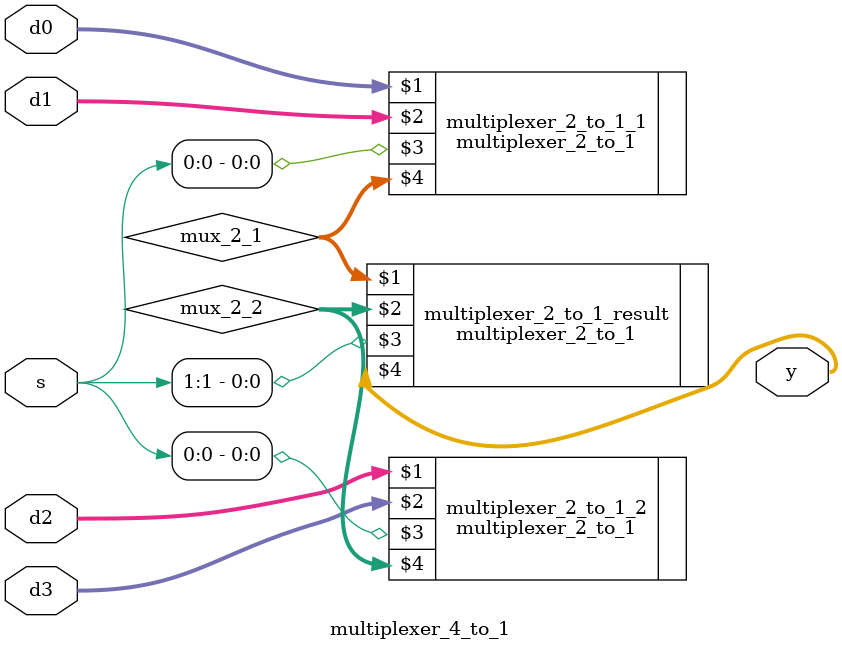
<source format=sv>
module multiplexer_4_to_1
	#(parameter n=8) 
	(input logic [n-1:0] d0, d1, d2, d3,
	input logic [1:0] s, 
	output logic [n-1:0] y);
	
	logic [n-1:0] mux_2_1;
	logic [n-1:0] mux_2_2;
	
	multiplexer_2_to_1 #(n) multiplexer_2_to_1_1(d0, d1, s[0], mux_2_1);
	multiplexer_2_to_1 #(n) multiplexer_2_to_1_2(d2, d3, s[0], mux_2_2);
	multiplexer_2_to_1 #(n) multiplexer_2_to_1_result(mux_2_1, mux_2_2, s[1], y);

endmodule

</source>
